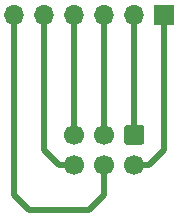
<source format=gbl>
G04 #@! TF.GenerationSoftware,KiCad,Pcbnew,5.1.10*
G04 #@! TF.CreationDate,2021-05-04T23:10:24+02:00*
G04 #@! TF.ProjectId,2x3zu1x6,3278337a-7531-4783-962e-6b696361645f,rev?*
G04 #@! TF.SameCoordinates,Original*
G04 #@! TF.FileFunction,Copper,L2,Bot*
G04 #@! TF.FilePolarity,Positive*
%FSLAX46Y46*%
G04 Gerber Fmt 4.6, Leading zero omitted, Abs format (unit mm)*
G04 Created by KiCad (PCBNEW 5.1.10) date 2021-05-04 23:10:24*
%MOMM*%
%LPD*%
G01*
G04 APERTURE LIST*
G04 #@! TA.AperFunction,ComponentPad*
%ADD10R,1.700000X1.700000*%
G04 #@! TD*
G04 #@! TA.AperFunction,ComponentPad*
%ADD11O,1.700000X1.700000*%
G04 #@! TD*
G04 #@! TA.AperFunction,ComponentPad*
%ADD12C,1.700000*%
G04 #@! TD*
G04 #@! TA.AperFunction,Conductor*
%ADD13C,0.500000*%
G04 #@! TD*
G04 APERTURE END LIST*
D10*
X137160000Y-109220000D03*
D11*
X134620000Y-109220000D03*
X132080000Y-109220000D03*
X129540000Y-109220000D03*
X127000000Y-109220000D03*
X124460000Y-109220000D03*
G04 #@! TA.AperFunction,ComponentPad*
G36*
G01*
X134020000Y-118530000D02*
X135220000Y-118530000D01*
G75*
G02*
X135470000Y-118780000I0J-250000D01*
G01*
X135470000Y-119980000D01*
G75*
G02*
X135220000Y-120230000I-250000J0D01*
G01*
X134020000Y-120230000D01*
G75*
G02*
X133770000Y-119980000I0J250000D01*
G01*
X133770000Y-118780000D01*
G75*
G02*
X134020000Y-118530000I250000J0D01*
G01*
G37*
G04 #@! TD.AperFunction*
D12*
X132080000Y-119380000D03*
X129540000Y-119380000D03*
X134620000Y-121920000D03*
X132080000Y-121920000D03*
X129540000Y-121920000D03*
D13*
X135890000Y-121920000D02*
X134620000Y-121920000D01*
X137160000Y-120650000D02*
X135890000Y-121920000D01*
X137160000Y-109220000D02*
X137160000Y-120650000D01*
X134620000Y-109220000D02*
X134620000Y-119380000D01*
X132080000Y-109220000D02*
X132080000Y-119380000D01*
X129540000Y-109220000D02*
X129540000Y-119380000D01*
X128270000Y-121920000D02*
X129540000Y-121920000D01*
X127000000Y-120650000D02*
X128270000Y-121920000D01*
X127000000Y-109220000D02*
X127000000Y-120650000D01*
X125730000Y-125730000D02*
X124460000Y-124460000D01*
X124460000Y-124460000D02*
X124460000Y-109220000D01*
X130810000Y-125730000D02*
X125730000Y-125730000D01*
X132080000Y-124460000D02*
X130810000Y-125730000D01*
X132080000Y-121920000D02*
X132080000Y-124460000D01*
M02*

</source>
